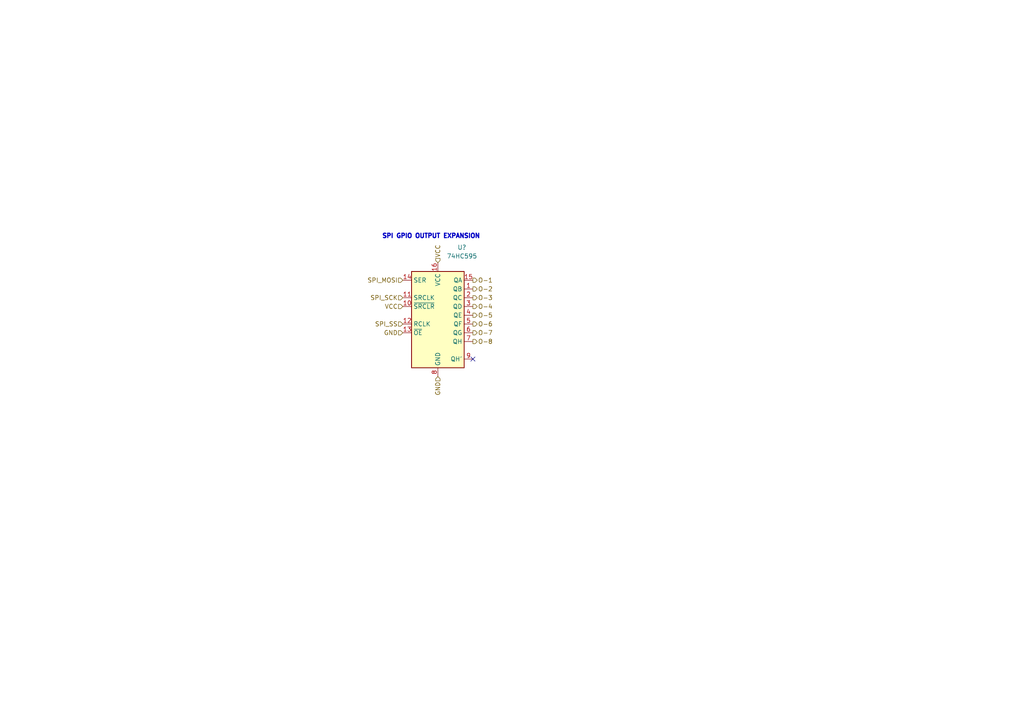
<source format=kicad_sch>
(kicad_sch (version 20231120) (generator "eeschema") (generator_version "8.0")
  (paper "A4")
  (lib_symbols
    (symbol "74xx:74HC595"
      (property "Reference" "U" (at -7.62 13.97 0))
      (property "Value" "74HC595" (at -7.62 -16.51 0))
      (symbol "74HC595_1_0"
        (pin tri_state line (at 10.16 7.62 180) (length 2.54) (name "QB") (number "1"))
        (pin input line (at -10.16 2.54 0) (length 2.54) (name "~{SRCLR}") (number "10"))
        (pin input line (at -10.16 5.08 0) (length 2.54) (name "SRCLK") (number "11"))
        (pin input line (at -10.16 -2.54 0) (length 2.54) (name "RCLK") (number "12"))
        (pin input line (at -10.16 -5.08 0) (length 2.54) (name "~{OE}") (number "13"))
        (pin input line (at -10.16 10.16 0) (length 2.54) (name "SER") (number "14"))
        (pin tri_state line (at 10.16 10.16 180) (length 2.54) (name "QA") (number "15"))
        (pin power_in line (at 0 15.24 270) (length 2.54) (name "VCC") (number "16"))
        (pin tri_state line (at 10.16 5.08 180) (length 2.54) (name "QC") (number "2"))
        (pin tri_state line (at 10.16 2.54 180) (length 2.54) (name "QD") (number "3"))
        (pin tri_state line (at 10.16 0 180) (length 2.54) (name "QE") (number "4"))
        (pin tri_state line (at 10.16 -2.54 180) (length 2.54) (name "QF") (number "5"))
        (pin tri_state line (at 10.16 -5.08 180) (length 2.54) (name "QG") (number "6"))
        (pin tri_state line (at 10.16 -7.62 180) (length 2.54) (name "QH") (number "7"))
        (pin power_in line (at 0 -17.78 90) (length 2.54) (name "GND") (number "8"))
        (pin output line (at 10.16 -12.7 180) (length 2.54) (name "QH'") (number "9"))
      )
      (symbol "74HC595_1_1"
        (rectangle (start -7.62 12.7) (end 7.62 -15.24) (stroke (width 0.254)) (fill (type background)))
      )
    )
  )
  (no_connect (at 137.16 104.14))
  (text "SPI GPIO OUTPUT EXPANSION" (at 110.744 69.342 0) (effects (font (size 1.27 1.27) (thickness 0.5994) (bold yes)) (justify left bottom)))
  (hierarchical_label "O-2" (shape output) (at 137.16 83.82 0))
  (hierarchical_label "SPI_SCK" (shape input) (at 116.84 86.36 180))
  (hierarchical_label "O-7" (shape output) (at 137.16 96.52 0))
  (hierarchical_label "O-5" (shape output) (at 137.16 91.44 0))
  (hierarchical_label "O-3" (shape output) (at 137.16 86.36 0))
  (hierarchical_label "GND" (shape input) (at 116.84 96.52 180))
  (hierarchical_label "O-8" (shape output) (at 137.16 99.06 0))
  (hierarchical_label "VCC" (shape input) (at 116.84 88.9 180))
  (hierarchical_label "SPI_SS" (shape input) (at 116.84 93.98 180))
  (hierarchical_label "O-4" (shape output) (at 137.16 88.9 0))
  (hierarchical_label "GND" (shape input) (at 127 109.22 270))
  (hierarchical_label "O-1" (shape output) (at 137.16 81.28 0))
  (hierarchical_label "SPI_MOSI" (shape input) (at 116.84 81.28 180))
  (hierarchical_label "VCC" (shape input) (at 127 76.2 90))
  (hierarchical_label "O-6" (shape output) (at 137.16 93.98 0))
  (symbol (lib_id "74xx:74HC595") (at 127 91.44 0) (unit 1)
    (property "Reference" "U?" (at 133.985 71.755 0))
    (property "Value" "74HC595" (at 133.985 74.295 0))
    (property "Footprint" "Package_SO:SOIC-16_3.9x9.9mm_P1.27mm" (effects (hide yes)))
    (property "Datasheet" "https://datasheet.lcsc.com/lcsc/1811021715_Nexperia-74HC595D,118_C5947.pdf" (effects (hide yes)))
    (property "LCSC Part #" "C5947" (effects (hide yes)))
    (property "MPN" "74HC595D,118" (effects (hide yes)))
    (property "Manufacturer" "Nexperia" (effects (hide yes)))
  )
)
</source>
